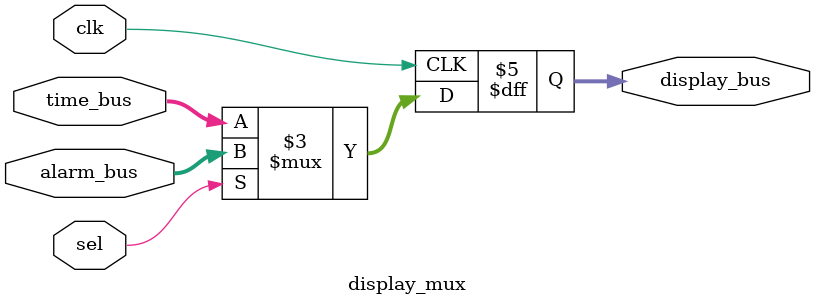
<source format=v>
`timescale 1ns / 1ps



module display_mux(
    input clk,
    input sel,
    input [11:0] time_bus, alarm_bus,
    output reg [11:0] display_bus
    );
    
always @(posedge clk)begin
    if(sel)begin
         display_bus = alarm_bus;    
    end
    else display_bus <= time_bus;
end       
endmodule

</source>
